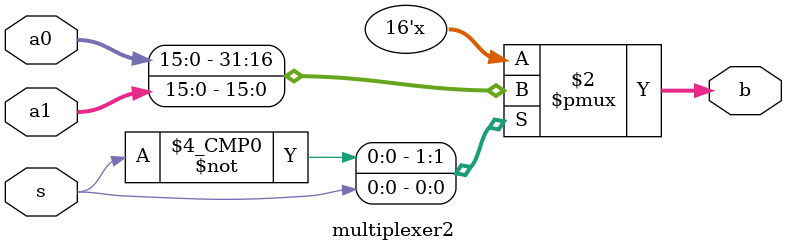
<source format=v>
module prog_count(load_pc, reset_pc, PC_out);

    input load_pc, reset_pc;
    output [8:0] PC_out;
    wire [8:0] next_pc, adder_out;

    assign adder_out = PC_out + 1;

    multiplexer2 pcmux(adder_out, 9'b000000000, reset_pc, next_pc);

    vDFF #(9) prog_counter(load_pc, next_pc, PC_out);

endmodule

/* BINARY MULTIPLEXER */
module multiplexer2 (a1, a0, s, b);
    parameter k = 16;
    input [k-1:0] a0, a1; //inputs
    input s; //binary select
    output reg [k-1:0] b;

    always @(*) begin
      case(s)
        1'b0: b = a0;
        1'b1: b = a1;
        default: b = {k{1'bx}};
      endcase
    end
endmodule
</source>
